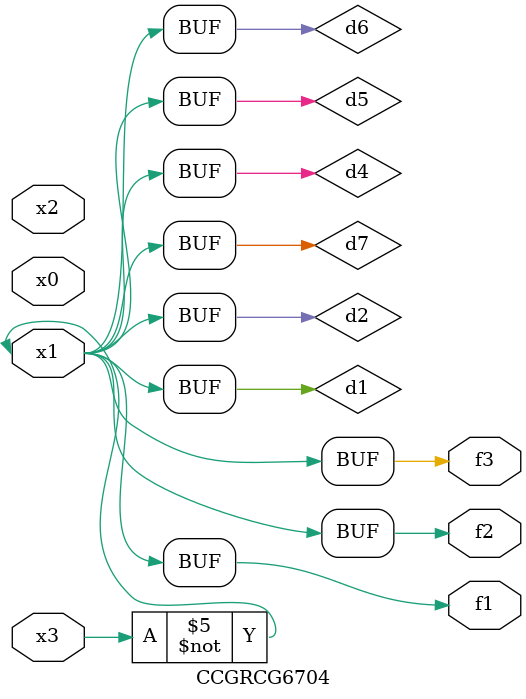
<source format=v>
module CCGRCG6704(
	input x0, x1, x2, x3,
	output f1, f2, f3
);

	wire d1, d2, d3, d4, d5, d6, d7;

	not (d1, x3);
	buf (d2, x1);
	xnor (d3, d1, d2);
	nor (d4, d1);
	buf (d5, d1, d2);
	buf (d6, d4, d5);
	nand (d7, d4);
	assign f1 = d6;
	assign f2 = d7;
	assign f3 = d6;
endmodule

</source>
